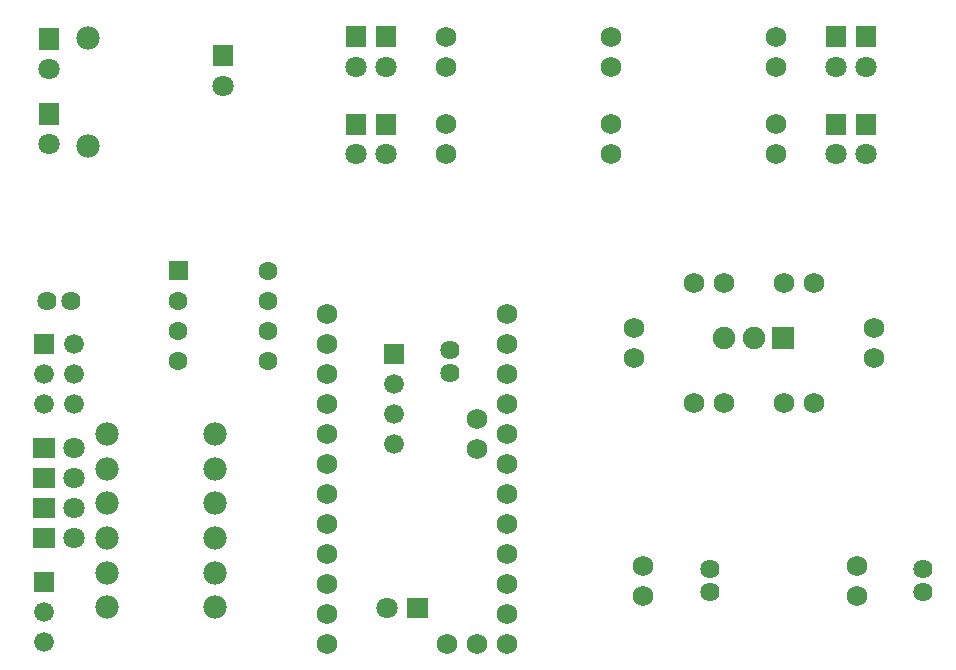
<source format=gbs>
G04 Layer: BottomSolderMaskLayer*
G04 EasyEDA v6.4.25, 2021-12-23T21:53:31+01:00*
G04 8dbf8c46b5b441d7b08fc360c6495019,7d3f4a13764643a7838717c5c1d40531,10*
G04 Gerber Generator version 0.2*
G04 Scale: 100 percent, Rotated: No, Reflected: No *
G04 Dimensions in inches *
G04 leading zeros omitted , absolute positions ,3 integer and 6 decimal *
%FSLAX36Y36*%
%MOIN*%

%ADD45C,0.0780*%
%ADD48C,0.0640*%
%ADD49C,0.0690*%
%ADD51C,0.0709*%
%ADD57C,0.0660*%
%ADD58R,0.0660X0.0660*%
%ADD60C,0.0680*%
%ADD62C,0.0631*%
%ADD64C,0.0749*%

%LPD*%
D45*
G01*
X320000Y256199D03*
G01*
X680000Y256199D03*
G01*
X320000Y371900D03*
G01*
X680000Y371900D03*
G01*
X320000Y487500D03*
G01*
X680000Y487500D03*
G01*
X320000Y603099D03*
G01*
X680000Y603099D03*
G01*
X320000Y718699D03*
G01*
X680000Y718699D03*
G01*
X320000Y834400D03*
G01*
X680000Y834400D03*
D48*
G01*
X120000Y1278099D03*
G01*
X198699Y1278099D03*
D49*
G01*
X2000000Y1865619D03*
G01*
X2000000Y1765619D03*
G01*
X2000000Y2158119D03*
G01*
X2000000Y2058119D03*
G01*
X2550000Y2158119D03*
G01*
X2550000Y2058119D03*
G01*
X1450000Y2158119D03*
G01*
X1450000Y2058119D03*
G01*
X2550000Y1865619D03*
G01*
X2550000Y1765619D03*
G01*
X1450000Y1865619D03*
G01*
X1450000Y1765619D03*
G36*
X73899Y754499D02*
G01*
X73899Y820500D01*
X144800Y820500D01*
X144800Y754499D01*
G37*
D51*
G01*
X209380Y787500D03*
D45*
G01*
X255050Y1795000D03*
G01*
X255050Y2155000D03*
G36*
X671999Y2059499D02*
G01*
X671999Y2130500D01*
X738000Y2130500D01*
X738000Y2059499D01*
G37*
D51*
G01*
X705000Y1995000D03*
G36*
X91999Y1864499D02*
G01*
X91999Y1935500D01*
X158000Y1935500D01*
X158000Y1864499D01*
G37*
G01*
X125000Y1800000D03*
G36*
X91999Y2114499D02*
G01*
X91999Y2185500D01*
X158000Y2185500D01*
X158000Y2114499D01*
G37*
G01*
X125000Y2050000D03*
D57*
G01*
X109380Y140619D03*
G01*
X109380Y240619D03*
G36*
X76399Y307600D02*
G01*
X76399Y373600D01*
X142399Y373600D01*
X142399Y307600D01*
G37*
D60*
G01*
X1053119Y1234380D03*
G01*
X1053119Y1134380D03*
G01*
X1053119Y1034380D03*
G01*
X1053119Y934380D03*
G01*
X1053119Y834380D03*
G01*
X1053119Y734380D03*
G01*
X1053119Y634380D03*
G01*
X1053119Y534380D03*
G01*
X1053119Y434380D03*
G01*
X1053119Y334380D03*
G01*
X1053119Y234380D03*
G01*
X1053119Y134380D03*
G01*
X1653119Y134380D03*
G01*
X1653119Y234380D03*
G01*
X1653119Y334380D03*
G01*
X1653119Y434380D03*
G01*
X1653119Y534380D03*
G01*
X1653119Y634380D03*
G01*
X1653119Y734380D03*
G01*
X1653119Y834380D03*
G01*
X1653119Y934380D03*
G01*
X1653119Y1034380D03*
G01*
X1653119Y1134380D03*
G01*
X1653119Y1234380D03*
G01*
X1553119Y884380D03*
G01*
X1553119Y784380D03*
G01*
X1553119Y134380D03*
G01*
X1453119Y134380D03*
D57*
G01*
X209380Y934369D03*
G01*
X109380Y934369D03*
G01*
X209380Y1034369D03*
G01*
X109380Y1034369D03*
G01*
X209380Y1134369D03*
G36*
X76399Y1101399D02*
G01*
X76399Y1167399D01*
X142399Y1167399D01*
X142399Y1101399D01*
G37*
D49*
G01*
X2106250Y393750D03*
G01*
X2106250Y293750D03*
G01*
X2818750Y393750D03*
G01*
X2818750Y293750D03*
G36*
X73899Y454499D02*
G01*
X73899Y520500D01*
X144800Y520500D01*
X144800Y454499D01*
G37*
D51*
G01*
X209380Y487500D03*
G36*
X73899Y554499D02*
G01*
X73899Y620500D01*
X144800Y620500D01*
X144800Y554499D01*
G37*
G01*
X209380Y587500D03*
G36*
X73899Y654499D02*
G01*
X73899Y720500D01*
X144800Y720500D01*
X144800Y654499D01*
G37*
G01*
X209380Y687500D03*
G36*
X524699Y1346599D02*
G01*
X524699Y1409699D01*
X587800Y1409699D01*
X587800Y1346599D01*
G37*
D62*
G01*
X556250Y1278119D03*
G01*
X556250Y1178119D03*
G01*
X556250Y1078119D03*
G01*
X856250Y1378119D03*
G01*
X856250Y1278119D03*
G01*
X856250Y1178119D03*
G01*
X856250Y1078119D03*
D49*
G01*
X2675000Y937500D03*
G01*
X2575000Y937500D03*
G01*
X2575000Y1337500D03*
G01*
X2675000Y1337500D03*
G01*
X2075000Y1187500D03*
G01*
X2075000Y1087500D03*
G01*
X2375000Y1337500D03*
G01*
X2275000Y1337500D03*
G01*
X2875000Y1187500D03*
G01*
X2875000Y1087500D03*
G01*
X2375000Y937500D03*
G01*
X2275000Y937500D03*
G36*
X2536000Y1115700D02*
G01*
X2536000Y1190599D01*
X2610900Y1190599D01*
X2610900Y1115700D01*
G37*
D64*
G01*
X2475010Y1153119D03*
G01*
X2376580Y1153119D03*
G36*
X1317700Y220100D02*
G01*
X1317700Y286100D01*
X1388599Y286100D01*
X1388599Y220100D01*
G37*
D51*
G01*
X1253119Y253130D03*
D48*
G01*
X1462500Y1035650D03*
G01*
X1462500Y1114349D03*
G01*
X3040630Y384349D03*
G01*
X3040630Y305650D03*
G01*
X2328130Y384969D03*
G01*
X2328130Y306269D03*
D58*
G01*
X1275000Y1100000D03*
D57*
G01*
X1275000Y1000000D03*
G01*
X1275000Y900000D03*
G01*
X1275000Y800000D03*
G36*
X2816999Y1830199D02*
G01*
X2816999Y1901100D01*
X2883000Y1901100D01*
X2883000Y1830199D01*
G37*
D51*
G01*
X2850000Y1765619D03*
G36*
X1216999Y1830199D02*
G01*
X1216999Y1901100D01*
X1283000Y1901100D01*
X1283000Y1830199D01*
G37*
G01*
X1250000Y1765619D03*
G36*
X2716999Y1830199D02*
G01*
X2716999Y1901100D01*
X2783000Y1901100D01*
X2783000Y1830199D01*
G37*
G01*
X2750000Y1765619D03*
G36*
X1116999Y1830199D02*
G01*
X1116999Y1901100D01*
X1183000Y1901100D01*
X1183000Y1830199D01*
G37*
G01*
X1150000Y1765619D03*
G36*
X2816999Y2122700D02*
G01*
X2816999Y2193600D01*
X2883000Y2193600D01*
X2883000Y2122700D01*
G37*
G01*
X2850000Y2058119D03*
G36*
X1216999Y2122700D02*
G01*
X1216999Y2193600D01*
X1283000Y2193600D01*
X1283000Y2122700D01*
G37*
G01*
X1250000Y2058119D03*
G36*
X2716999Y2122700D02*
G01*
X2716999Y2193600D01*
X2783000Y2193600D01*
X2783000Y2122700D01*
G37*
G01*
X2750000Y2058119D03*
G36*
X1116999Y2122700D02*
G01*
X1116999Y2193600D01*
X1183000Y2193600D01*
X1183000Y2122700D01*
G37*
G01*
X1150000Y2058119D03*
M02*

</source>
